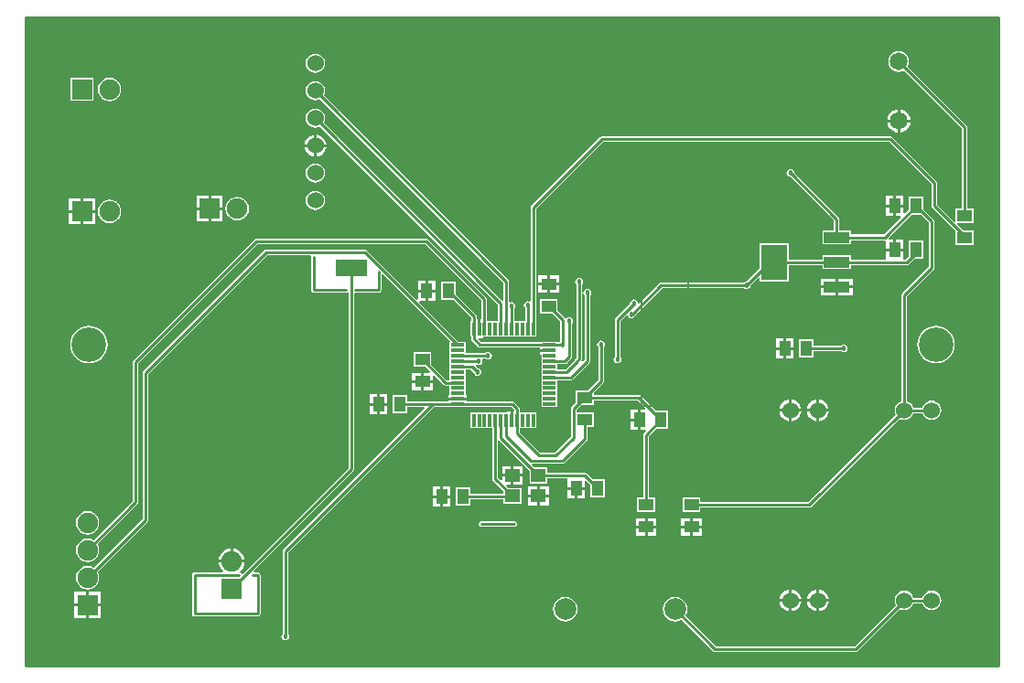
<source format=gtl>
G04*
G04 #@! TF.GenerationSoftware,Altium Limited,Altium Designer,18.1.7 (191)*
G04*
G04 Layer_Physical_Order=1*
G04 Layer_Color=255*
%FSLAX25Y25*%
%MOIN*%
G70*
G01*
G75*
%ADD10C,0.01000*%
%ADD12C,0.00787*%
%ADD14R,0.01181X0.04724*%
%ADD15R,0.04724X0.01181*%
%ADD16R,0.05512X0.04331*%
%ADD17R,0.04331X0.05512*%
%ADD18R,0.11811X0.05906*%
%ADD19R,0.05512X0.04724*%
%ADD20R,0.09449X0.12992*%
%ADD21R,0.09449X0.03937*%
%ADD41C,0.07874*%
%ADD42C,0.06496*%
%ADD43R,0.07480X0.07480*%
%ADD44C,0.07480*%
%ADD45C,0.07480*%
%ADD46O,0.07480X0.07480*%
%ADD47R,0.07480X0.07480*%
%ADD48C,0.06000*%
%ADD49R,0.07480X0.07480*%
%ADD50C,0.01800*%
%ADD51C,0.12598*%
G36*
X540331Y183000D02*
X186000D01*
Y419220D01*
X540331D01*
Y183000D01*
D02*
G37*
%LPC*%
G36*
X291500Y406030D02*
X290586Y405910D01*
X289735Y405557D01*
X289004Y404996D01*
X288443Y404265D01*
X288090Y403414D01*
X287970Y402500D01*
X288090Y401586D01*
X288443Y400735D01*
X289004Y400004D01*
X289735Y399443D01*
X290586Y399090D01*
X291500Y398970D01*
X292414Y399090D01*
X293265Y399443D01*
X293996Y400004D01*
X294557Y400735D01*
X294910Y401586D01*
X295030Y402500D01*
X294910Y403414D01*
X294557Y404265D01*
X293996Y404996D01*
X293265Y405557D01*
X292414Y405910D01*
X291500Y406030D01*
D02*
G37*
G36*
X210740Y397240D02*
X202260D01*
Y388760D01*
X210740D01*
Y397240D01*
D02*
G37*
G36*
X216500Y397277D02*
X215393Y397131D01*
X214362Y396704D01*
X213476Y396024D01*
X212796Y395138D01*
X212369Y394107D01*
X212223Y393000D01*
X212369Y391893D01*
X212796Y390862D01*
X213476Y389976D01*
X214362Y389296D01*
X215393Y388869D01*
X216500Y388723D01*
X217607Y388869D01*
X218638Y389296D01*
X219524Y389976D01*
X220204Y390862D01*
X220631Y391893D01*
X220777Y393000D01*
X220631Y394107D01*
X220204Y395138D01*
X219524Y396024D01*
X218638Y396704D01*
X217607Y397131D01*
X216500Y397277D01*
D02*
G37*
G36*
X504500Y385719D02*
Y382000D01*
X508219D01*
X508139Y382609D01*
X507711Y383642D01*
X507030Y384530D01*
X506142Y385211D01*
X505109Y385639D01*
X504500Y385719D01*
D02*
G37*
G36*
X503500D02*
X502891Y385639D01*
X501858Y385211D01*
X500970Y384530D01*
X500289Y383642D01*
X499861Y382609D01*
X499781Y382000D01*
X503500D01*
Y385719D01*
D02*
G37*
G36*
X508219Y381000D02*
X504500D01*
Y377281D01*
X505109Y377361D01*
X506142Y377789D01*
X507030Y378470D01*
X507711Y379358D01*
X508139Y380391D01*
X508219Y381000D01*
D02*
G37*
G36*
X503500D02*
X499781D01*
X499861Y380391D01*
X500289Y379358D01*
X500970Y378470D01*
X501858Y377789D01*
X502891Y377361D01*
X503500Y377281D01*
Y381000D01*
D02*
G37*
G36*
X292000Y376469D02*
Y373000D01*
X295469D01*
X295397Y373544D01*
X294994Y374517D01*
X294353Y375353D01*
X293517Y375994D01*
X292544Y376397D01*
X292000Y376469D01*
D02*
G37*
G36*
X291000D02*
X290456Y376397D01*
X289483Y375994D01*
X288647Y375353D01*
X288006Y374517D01*
X287603Y373544D01*
X287531Y373000D01*
X291000D01*
Y376469D01*
D02*
G37*
G36*
X295469Y372000D02*
X292000D01*
Y368531D01*
X292544Y368603D01*
X293517Y369006D01*
X294353Y369647D01*
X294994Y370483D01*
X295397Y371456D01*
X295469Y372000D01*
D02*
G37*
G36*
X291000D02*
X287531D01*
X287603Y371456D01*
X288006Y370483D01*
X288647Y369647D01*
X289483Y369006D01*
X290456Y368603D01*
X291000Y368531D01*
Y372000D01*
D02*
G37*
G36*
X291500Y366030D02*
X290586Y365910D01*
X289735Y365557D01*
X289004Y364996D01*
X288443Y364265D01*
X288090Y363414D01*
X287970Y362500D01*
X288090Y361586D01*
X288443Y360735D01*
X289004Y360004D01*
X289735Y359443D01*
X290586Y359090D01*
X291500Y358970D01*
X292414Y359090D01*
X293265Y359443D01*
X293996Y360004D01*
X294557Y360735D01*
X294910Y361586D01*
X295030Y362500D01*
X294910Y363414D01*
X294557Y364265D01*
X293996Y364996D01*
X293265Y365557D01*
X292414Y365910D01*
X291500Y366030D01*
D02*
G37*
G36*
X505728Y354256D02*
X503063D01*
Y351000D01*
X505728D01*
Y354256D01*
D02*
G37*
G36*
X502063D02*
X499398D01*
Y351000D01*
X502063D01*
Y354256D01*
D02*
G37*
G36*
X257740Y354240D02*
X253500D01*
Y350000D01*
X257740D01*
Y354240D01*
D02*
G37*
G36*
X252500D02*
X248260D01*
Y350000D01*
X252500D01*
Y354240D01*
D02*
G37*
G36*
X211240Y353240D02*
X207000D01*
Y349000D01*
X211240D01*
Y353240D01*
D02*
G37*
G36*
X206000D02*
X201760D01*
Y349000D01*
X206000D01*
Y353240D01*
D02*
G37*
G36*
X291500Y356030D02*
X290586Y355910D01*
X289735Y355557D01*
X289004Y354996D01*
X288443Y354265D01*
X288090Y353414D01*
X287970Y352500D01*
X288090Y351586D01*
X288443Y350735D01*
X289004Y350004D01*
X289735Y349443D01*
X290586Y349090D01*
X291500Y348970D01*
X292414Y349090D01*
X293265Y349443D01*
X293996Y350004D01*
X294557Y350735D01*
X294910Y351586D01*
X295030Y352500D01*
X294910Y353414D01*
X294557Y354265D01*
X293996Y354996D01*
X293265Y355557D01*
X292414Y355910D01*
X291500Y356030D01*
D02*
G37*
G36*
X502063Y350000D02*
X499398D01*
Y346744D01*
X502063D01*
Y350000D01*
D02*
G37*
G36*
X263000Y353777D02*
X261893Y353631D01*
X260862Y353204D01*
X259976Y352524D01*
X259296Y351638D01*
X258869Y350607D01*
X258723Y349500D01*
X258869Y348393D01*
X259296Y347362D01*
X259976Y346476D01*
X260862Y345796D01*
X261893Y345369D01*
X263000Y345223D01*
X264107Y345369D01*
X265138Y345796D01*
X266024Y346476D01*
X266704Y347362D01*
X267131Y348393D01*
X267277Y349500D01*
X267131Y350607D01*
X266704Y351638D01*
X266024Y352524D01*
X265138Y353204D01*
X264107Y353631D01*
X263000Y353777D01*
D02*
G37*
G36*
X257740Y349000D02*
X253500D01*
Y344760D01*
X257740D01*
Y349000D01*
D02*
G37*
G36*
X252500D02*
X248260D01*
Y344760D01*
X252500D01*
Y349000D01*
D02*
G37*
G36*
X504000Y406934D02*
X503022Y406805D01*
X502110Y406427D01*
X501327Y405827D01*
X500726Y405044D01*
X500348Y404132D01*
X500220Y403154D01*
X500348Y402175D01*
X500726Y401263D01*
X501327Y400480D01*
X502110Y399880D01*
X503022Y399502D01*
X504000Y399373D01*
X504978Y399502D01*
X505849Y399863D01*
X526980Y378731D01*
Y349602D01*
X524744D01*
Y344905D01*
X524244Y344698D01*
X518020Y350922D01*
Y359000D01*
X517942Y359390D01*
X517721Y359721D01*
X501721Y375721D01*
X501390Y375942D01*
X501000Y376020D01*
X396000D01*
X395610Y375942D01*
X395279Y375721D01*
X370106Y350548D01*
X369885Y350217D01*
X369807Y349827D01*
Y315964D01*
X369307Y315696D01*
X368858Y315786D01*
X368312Y315677D01*
X367849Y315368D01*
X367540Y314904D01*
X367431Y314358D01*
X367540Y313812D01*
X367839Y313364D01*
Y308594D01*
X363972D01*
Y313041D01*
X364271Y313489D01*
X364380Y314035D01*
X364271Y314582D01*
X363962Y315045D01*
X363499Y315354D01*
X362953Y315463D01*
X362504Y315373D01*
X362004Y315641D01*
Y323016D01*
X361926Y323406D01*
X361705Y323737D01*
X294601Y390841D01*
X294910Y391586D01*
X295030Y392500D01*
X294910Y393414D01*
X294557Y394265D01*
X293996Y394996D01*
X293265Y395557D01*
X292414Y395910D01*
X291500Y396030D01*
X290586Y395910D01*
X289735Y395557D01*
X289004Y394996D01*
X288443Y394265D01*
X288090Y393414D01*
X287970Y392500D01*
X288090Y391586D01*
X288443Y390735D01*
X289004Y390004D01*
X289735Y389443D01*
X290586Y389090D01*
X291500Y388970D01*
X292414Y389090D01*
X293159Y389399D01*
X359965Y322593D01*
Y316184D01*
X359465Y315977D01*
X294601Y380841D01*
X294910Y381586D01*
X295030Y382500D01*
X294910Y383414D01*
X294557Y384265D01*
X293996Y384996D01*
X293265Y385557D01*
X292414Y385910D01*
X291500Y386030D01*
X290586Y385910D01*
X289735Y385557D01*
X289004Y384996D01*
X288443Y384265D01*
X288090Y383414D01*
X287970Y382500D01*
X288090Y381586D01*
X288443Y380735D01*
X289004Y380004D01*
X289735Y379443D01*
X290586Y379090D01*
X291500Y378970D01*
X292414Y379090D01*
X293159Y379399D01*
X357918Y314640D01*
Y308594D01*
X354052D01*
Y316405D01*
X353974Y316795D01*
X353753Y317126D01*
X332658Y338221D01*
X332327Y338442D01*
X331937Y338520D01*
X270000D01*
X269610Y338442D01*
X269279Y338221D01*
X225279Y294221D01*
X225058Y293890D01*
X224980Y293500D01*
Y242922D01*
X210708Y228650D01*
X210638Y228704D01*
X209607Y229131D01*
X208500Y229277D01*
X207393Y229131D01*
X206362Y228704D01*
X205476Y228024D01*
X204796Y227138D01*
X204369Y226107D01*
X204223Y225000D01*
X204369Y223893D01*
X204796Y222862D01*
X205476Y221976D01*
X206362Y221296D01*
X207393Y220869D01*
X208500Y220723D01*
X209607Y220869D01*
X210638Y221296D01*
X211524Y221976D01*
X212204Y222862D01*
X212631Y223893D01*
X212777Y225000D01*
X212631Y226107D01*
X212204Y227138D01*
X212150Y227208D01*
X226721Y241779D01*
X226942Y242110D01*
X227020Y242500D01*
Y293078D01*
X270422Y336480D01*
X331515D01*
X352013Y315982D01*
Y309095D01*
X351642D01*
Y305732D01*
X350642D01*
Y309095D01*
X350193D01*
Y310264D01*
X350115Y310654D01*
X349894Y310985D01*
X342602Y318277D01*
Y322756D01*
X337272D01*
Y316244D01*
X341751D01*
X348154Y309841D01*
Y308594D01*
X348083D01*
Y302870D01*
X348154D01*
Y302072D01*
X348231Y301682D01*
X348452Y301351D01*
X350698Y299106D01*
X351029Y298885D01*
X351419Y298807D01*
X373370D01*
Y298358D01*
X376732D01*
Y297358D01*
X373370D01*
Y296268D01*
X373870D01*
Y292831D01*
Y288894D01*
Y284957D01*
Y281020D01*
Y277083D01*
X379594D01*
Y279051D01*
Y282988D01*
Y286996D01*
X384516D01*
X384906Y287074D01*
X385237Y287295D01*
X391221Y293279D01*
X391442Y293610D01*
X391520Y294000D01*
Y317833D01*
X391819Y318281D01*
X391927Y318827D01*
X391819Y319373D01*
X391509Y319836D01*
X391046Y320146D01*
X390500Y320254D01*
X389954Y320146D01*
X389491Y319836D01*
X389181Y319373D01*
X389073Y318827D01*
X389181Y318281D01*
X389480Y317833D01*
Y294422D01*
X388850Y293792D01*
X388228Y293877D01*
X388221Y293889D01*
X388442Y294220D01*
X388520Y294610D01*
Y321770D01*
X388819Y322217D01*
X388927Y322764D01*
X388819Y323310D01*
X388509Y323773D01*
X388046Y324082D01*
X387500Y324191D01*
X386954Y324082D01*
X386491Y323773D01*
X386181Y323310D01*
X386073Y322764D01*
X386181Y322217D01*
X386480Y321770D01*
Y295033D01*
X386279Y294831D01*
X386058Y294500D01*
X386031Y294362D01*
X382672Y291004D01*
X379594D01*
Y292902D01*
X382421D01*
X382811Y292979D01*
X383142Y293200D01*
X384721Y294779D01*
X384942Y295110D01*
X385020Y295500D01*
Y307506D01*
X385319Y307954D01*
X385427Y308500D01*
X385319Y309046D01*
X385009Y309509D01*
X384546Y309819D01*
X384000Y309927D01*
X383454Y309819D01*
X382991Y309509D01*
X382952Y309452D01*
X382712Y309452D01*
X382397Y309521D01*
X382221Y309784D01*
X379756Y312249D01*
Y316728D01*
X373244D01*
Y311398D01*
X377723D01*
X380480Y308641D01*
Y300846D01*
X379594D01*
Y300917D01*
X373870D01*
Y300846D01*
X351841D01*
X350779Y301908D01*
X350971Y302370D01*
X352732D01*
Y302870D01*
X371917D01*
Y308594D01*
X371846D01*
Y349404D01*
X396422Y373980D01*
X500578D01*
X515980Y358578D01*
Y350500D01*
X516058Y350110D01*
X516279Y349779D01*
X524744Y341314D01*
Y336398D01*
X531256D01*
Y341728D01*
X527214D01*
X525170Y343772D01*
X525377Y344272D01*
X531256D01*
Y349602D01*
X529020D01*
Y379153D01*
X528942Y379544D01*
X528721Y379874D01*
X507291Y401304D01*
X507652Y402175D01*
X507780Y403154D01*
X507652Y404132D01*
X507274Y405044D01*
X506673Y405827D01*
X505890Y406427D01*
X504978Y406805D01*
X504000Y406934D01*
D02*
G37*
G36*
X216500Y352777D02*
X215393Y352631D01*
X214362Y352204D01*
X213476Y351524D01*
X212796Y350638D01*
X212369Y349607D01*
X212223Y348500D01*
X212369Y347393D01*
X212796Y346362D01*
X213476Y345476D01*
X214362Y344796D01*
X215393Y344369D01*
X216500Y344223D01*
X217607Y344369D01*
X218638Y344796D01*
X219524Y345476D01*
X220204Y346362D01*
X220631Y347393D01*
X220777Y348500D01*
X220631Y349607D01*
X220204Y350638D01*
X219524Y351524D01*
X218638Y352204D01*
X217607Y352631D01*
X216500Y352777D01*
D02*
G37*
G36*
X211240Y348000D02*
X207000D01*
Y343760D01*
X211240D01*
Y348000D01*
D02*
G37*
G36*
X206000D02*
X201760D01*
Y343760D01*
X206000D01*
Y348000D01*
D02*
G37*
G36*
X505728Y338256D02*
X503063D01*
Y335000D01*
X505728D01*
Y338256D01*
D02*
G37*
G36*
X513102Y337756D02*
X507772D01*
Y332277D01*
X506459Y330964D01*
X505728D01*
Y334000D01*
X502563D01*
X499398D01*
Y330964D01*
X486642D01*
Y332469D01*
X476193D01*
Y331020D01*
X463807D01*
Y336996D01*
X453358D01*
Y327800D01*
X448482Y322924D01*
X447954Y322819D01*
X447506Y322520D01*
X417437D01*
X417047Y322442D01*
X416716Y322221D01*
X409414Y314919D01*
X409237Y314949D01*
X408904Y315116D01*
X408819Y315546D01*
X408509Y316009D01*
X408046Y316319D01*
X407500Y316427D01*
X406954Y316319D01*
X406491Y316009D01*
X406181Y315546D01*
X406076Y315018D01*
X400779Y309721D01*
X400558Y309390D01*
X400480Y309000D01*
Y295494D01*
X400181Y295046D01*
X400073Y294500D01*
X400181Y293954D01*
X400491Y293491D01*
X400954Y293181D01*
X401500Y293073D01*
X402046Y293181D01*
X402509Y293491D01*
X402819Y293954D01*
X402927Y294500D01*
X402819Y295046D01*
X402520Y295494D01*
Y308578D01*
X404626Y310684D01*
X405168Y310519D01*
X405181Y310454D01*
X405491Y309991D01*
X405954Y309681D01*
X406500Y309573D01*
X407046Y309681D01*
X407509Y309991D01*
X407791Y310412D01*
X417859Y320480D01*
X447506D01*
X447954Y320181D01*
X448500Y320073D01*
X449046Y320181D01*
X449509Y320491D01*
X449819Y320954D01*
X449924Y321482D01*
X452896Y324454D01*
X453358Y324263D01*
Y323004D01*
X463807D01*
Y328980D01*
X476193D01*
Y327532D01*
X486642D01*
Y328924D01*
X506881D01*
X507271Y329002D01*
X507602Y329223D01*
X509623Y331244D01*
X513102D01*
Y337756D01*
D02*
G37*
G36*
X380256Y325102D02*
X377000D01*
Y322437D01*
X380256D01*
Y325102D01*
D02*
G37*
G36*
X376000D02*
X372744D01*
Y322437D01*
X376000D01*
Y325102D01*
D02*
G37*
G36*
X487142Y323913D02*
X481917D01*
Y321445D01*
X487142D01*
Y323913D01*
D02*
G37*
G36*
X480917D02*
X475693D01*
Y321445D01*
X480917D01*
Y323913D01*
D02*
G37*
G36*
X335228Y323256D02*
X332563D01*
Y320000D01*
X335228D01*
Y323256D01*
D02*
G37*
G36*
X331563D02*
X328898D01*
Y320000D01*
X331563D01*
Y323256D01*
D02*
G37*
G36*
X380256Y321437D02*
X377000D01*
Y318772D01*
X380256D01*
Y321437D01*
D02*
G37*
G36*
X376000D02*
X372744D01*
Y318772D01*
X376000D01*
Y321437D01*
D02*
G37*
G36*
X487142Y320445D02*
X481917D01*
Y317976D01*
X487142D01*
Y320445D01*
D02*
G37*
G36*
X480917D02*
X475693D01*
Y317976D01*
X480917D01*
Y320445D01*
D02*
G37*
G36*
X335228Y319000D02*
X332563D01*
Y315744D01*
X335228D01*
Y319000D01*
D02*
G37*
G36*
X465728Y302256D02*
X463063D01*
Y299000D01*
X465728D01*
Y302256D01*
D02*
G37*
G36*
X462063D02*
X459398D01*
Y299000D01*
X462063D01*
Y302256D01*
D02*
G37*
G36*
X473102Y301756D02*
X467772D01*
Y295244D01*
X473102D01*
Y297480D01*
X483006D01*
X483454Y297181D01*
X484000Y297073D01*
X484546Y297181D01*
X485009Y297491D01*
X485319Y297954D01*
X485427Y298500D01*
X485319Y299046D01*
X485009Y299509D01*
X484546Y299819D01*
X484000Y299927D01*
X483454Y299819D01*
X483006Y299520D01*
X473102D01*
Y301756D01*
D02*
G37*
G36*
X465728Y298000D02*
X463063D01*
Y294744D01*
X465728D01*
Y298000D01*
D02*
G37*
G36*
X462063D02*
X459398D01*
Y294744D01*
X462063D01*
Y298000D01*
D02*
G37*
G36*
X517500Y306832D02*
X516167Y306701D01*
X514886Y306312D01*
X513704Y305681D01*
X512669Y304831D01*
X511819Y303796D01*
X511188Y302614D01*
X510799Y301333D01*
X510668Y300000D01*
X510799Y298667D01*
X511188Y297386D01*
X511819Y296204D01*
X512669Y295169D01*
X513704Y294319D01*
X514886Y293688D01*
X516167Y293299D01*
X517500Y293168D01*
X518833Y293299D01*
X520115Y293688D01*
X521296Y294319D01*
X522331Y295169D01*
X523181Y296204D01*
X523812Y297386D01*
X524201Y298667D01*
X524332Y300000D01*
X524201Y301333D01*
X523812Y302614D01*
X523181Y303796D01*
X522331Y304831D01*
X521296Y305681D01*
X520115Y306312D01*
X518833Y306701D01*
X517500Y306832D01*
D02*
G37*
G36*
X209000D02*
X207667Y306701D01*
X206385Y306312D01*
X205204Y305681D01*
X204169Y304831D01*
X203319Y303796D01*
X202688Y302614D01*
X202299Y301333D01*
X202168Y300000D01*
X202299Y298667D01*
X202688Y297386D01*
X203319Y296204D01*
X204169Y295169D01*
X205204Y294319D01*
X206385Y293688D01*
X207667Y293299D01*
X209000Y293168D01*
X210333Y293299D01*
X211614Y293688D01*
X212796Y294319D01*
X213831Y295169D01*
X214681Y296204D01*
X215312Y297386D01*
X215701Y298667D01*
X215832Y300000D01*
X215701Y301333D01*
X215312Y302614D01*
X214681Y303796D01*
X213831Y304831D01*
X212796Y305681D01*
X211614Y306312D01*
X210333Y306701D01*
X209000Y306832D01*
D02*
G37*
G36*
X309697Y334520D02*
X273500D01*
X273110Y334442D01*
X272779Y334221D01*
X228779Y290221D01*
X228558Y289890D01*
X228480Y289500D01*
Y236422D01*
X210708Y218650D01*
X210638Y218704D01*
X209607Y219131D01*
X208500Y219277D01*
X207393Y219131D01*
X206362Y218704D01*
X205476Y218024D01*
X204796Y217138D01*
X204369Y216107D01*
X204223Y215000D01*
X204369Y213893D01*
X204796Y212862D01*
X205476Y211976D01*
X206362Y211296D01*
X207393Y210869D01*
X208500Y210723D01*
X209607Y210869D01*
X210638Y211296D01*
X211524Y211976D01*
X212204Y212862D01*
X212631Y213893D01*
X212777Y215000D01*
X212631Y216107D01*
X212204Y217138D01*
X212150Y217208D01*
X230221Y235279D01*
X230442Y235610D01*
X230520Y236000D01*
Y289078D01*
X273922Y332480D01*
X289566D01*
X289980Y332000D01*
Y320000D01*
X290058Y319610D01*
X290279Y319279D01*
X290610Y319058D01*
X291000Y318980D01*
X302500D01*
X302890Y319058D01*
X302980Y319118D01*
X303480Y318851D01*
Y254922D01*
X264951Y216393D01*
X264802Y216392D01*
X264362Y216511D01*
X264221Y216721D01*
X264120Y216789D01*
X264066Y217378D01*
X264381Y217619D01*
X265141Y218609D01*
X265618Y219763D01*
X265715Y220500D01*
X261000D01*
X256285D01*
X256382Y219763D01*
X256859Y218609D01*
X257619Y217619D01*
X257784Y217493D01*
X257623Y217020D01*
X247500D01*
X247110Y216942D01*
X246779Y216721D01*
X246558Y216390D01*
X246480Y216000D01*
Y202000D01*
X246558Y201610D01*
X246779Y201279D01*
X247110Y201058D01*
X247500Y200980D01*
X270500D01*
X270890Y201058D01*
X271221Y201279D01*
X271442Y201610D01*
X271520Y202000D01*
Y216000D01*
X271442Y216390D01*
X271221Y216721D01*
X270890Y216942D01*
X270500Y217020D01*
X269169D01*
X268962Y217520D01*
X305221Y253779D01*
X305442Y254110D01*
X305520Y254500D01*
Y318566D01*
X306000Y318980D01*
X314500D01*
X314890Y319058D01*
X315221Y319279D01*
X315442Y319610D01*
X315520Y320000D01*
Y325582D01*
X315982Y325773D01*
X340532Y301223D01*
X340406Y300917D01*
X340406D01*
Y298736D01*
Y294799D01*
Y290862D01*
Y287067D01*
X339312D01*
X333756Y292623D01*
Y297102D01*
X327244D01*
Y291772D01*
X331723D01*
X333305Y290190D01*
X333114Y289728D01*
X331000D01*
Y287063D01*
X334256D01*
Y288586D01*
X334718Y288777D01*
X338169Y285326D01*
X338500Y285105D01*
X338890Y285028D01*
X340406D01*
Y281732D01*
X339906D01*
Y280642D01*
X343268D01*
X346630D01*
Y281732D01*
X346130D01*
Y286925D01*
Y290933D01*
X348109D01*
X349076Y289966D01*
X349181Y289438D01*
X349491Y288975D01*
X349954Y288666D01*
X350500Y288557D01*
X351046Y288666D01*
X351509Y288975D01*
X351819Y289438D01*
X351927Y289984D01*
X351819Y290530D01*
X351509Y290994D01*
X351046Y291303D01*
X350518Y291408D01*
X349765Y292161D01*
X349921Y292712D01*
X350194Y292776D01*
X350454Y292602D01*
X351000Y292494D01*
X351546Y292602D01*
X352009Y292912D01*
X352319Y293375D01*
X352427Y293921D01*
X352338Y294370D01*
X352605Y294870D01*
X353396D01*
X353843Y294571D01*
X354390Y294462D01*
X354936Y294571D01*
X355399Y294880D01*
X355709Y295343D01*
X355817Y295890D01*
X355709Y296436D01*
X355399Y296899D01*
X354936Y297208D01*
X354390Y297317D01*
X353843Y297208D01*
X353396Y296909D01*
X346130D01*
Y300917D01*
X343721D01*
X329395Y315244D01*
X329602Y315744D01*
X331563D01*
Y319000D01*
X328898D01*
Y316448D01*
X328398Y316241D01*
X310418Y334221D01*
X310087Y334442D01*
X309697Y334520D01*
D02*
G37*
G36*
X330000Y289728D02*
X326744D01*
Y287063D01*
X330000D01*
Y289728D01*
D02*
G37*
G36*
X334256Y286063D02*
X331000D01*
Y283398D01*
X334256D01*
Y286063D01*
D02*
G37*
G36*
X330000D02*
X326744D01*
Y283398D01*
X330000D01*
Y286063D01*
D02*
G37*
G36*
X317728Y281929D02*
X315063D01*
Y278673D01*
X317728D01*
Y281929D01*
D02*
G37*
G36*
X314063D02*
X311398D01*
Y278673D01*
X314063D01*
Y281929D01*
D02*
G37*
G36*
X475004Y279969D02*
Y276500D01*
X478473D01*
X478401Y277044D01*
X477998Y278017D01*
X477357Y278853D01*
X476521Y279494D01*
X475548Y279897D01*
X475004Y279969D01*
D02*
G37*
G36*
X465004D02*
Y276500D01*
X468473D01*
X468401Y277044D01*
X467998Y278017D01*
X467357Y278853D01*
X466521Y279494D01*
X465548Y279897D01*
X465004Y279969D01*
D02*
G37*
G36*
X464004Y279969D02*
X463460Y279897D01*
X462487Y279494D01*
X461651Y278853D01*
X461010Y278017D01*
X460607Y277044D01*
X460535Y276500D01*
X464004D01*
Y279969D01*
D02*
G37*
G36*
X474004D02*
X473460Y279897D01*
X472487Y279494D01*
X471651Y278853D01*
X471010Y278017D01*
X470607Y277044D01*
X470535Y276500D01*
X474004D01*
Y279969D01*
D02*
G37*
G36*
X317728Y277673D02*
X315063D01*
Y274417D01*
X317728D01*
Y277673D01*
D02*
G37*
G36*
X314063D02*
X311398D01*
Y274417D01*
X314063D01*
Y277673D01*
D02*
G37*
G36*
X409063Y276319D02*
X406398D01*
Y273063D01*
X409063D01*
Y276319D01*
D02*
G37*
G36*
X464500Y363927D02*
X463954Y363819D01*
X463491Y363509D01*
X463181Y363046D01*
X463073Y362500D01*
X463181Y361954D01*
X463491Y361491D01*
X463954Y361181D01*
X464482Y361076D01*
X480398Y345160D01*
Y341524D01*
X476193D01*
Y336587D01*
X486642D01*
Y338035D01*
X498992D01*
X499398Y337606D01*
Y335000D01*
X502063D01*
Y338256D01*
X500342D01*
X500135Y338756D01*
X508623Y347244D01*
X512251D01*
X514980Y344515D01*
Y328422D01*
X505279Y318721D01*
X505058Y318390D01*
X504980Y318000D01*
Y279366D01*
X504235Y279057D01*
X503504Y278496D01*
X502943Y277765D01*
X502590Y276914D01*
X502470Y276000D01*
X502590Y275086D01*
X502899Y274341D01*
X471015Y242457D01*
X431756D01*
Y244102D01*
X425244D01*
Y238772D01*
X431756D01*
Y240417D01*
X471437D01*
X471827Y240495D01*
X472158Y240716D01*
X504341Y272899D01*
X505086Y272590D01*
X506000Y272470D01*
X506914Y272590D01*
X507765Y272943D01*
X508496Y273504D01*
X509057Y274235D01*
X509366Y274980D01*
X512634D01*
X512943Y274235D01*
X513504Y273504D01*
X514235Y272943D01*
X515086Y272590D01*
X516000Y272470D01*
X516914Y272590D01*
X517765Y272943D01*
X518496Y273504D01*
X519057Y274235D01*
X519410Y275086D01*
X519530Y276000D01*
X519410Y276914D01*
X519057Y277765D01*
X518496Y278496D01*
X517765Y279057D01*
X516914Y279410D01*
X516000Y279530D01*
X515086Y279410D01*
X514235Y279057D01*
X513504Y278496D01*
X512943Y277765D01*
X512634Y277020D01*
X509366D01*
X509057Y277765D01*
X508496Y278496D01*
X507765Y279057D01*
X507020Y279366D01*
Y317578D01*
X516721Y327279D01*
X516942Y327610D01*
X517020Y328000D01*
Y344937D01*
X516942Y345327D01*
X516721Y345658D01*
X513102Y349277D01*
Y353756D01*
X507772D01*
Y349277D01*
X506190Y347695D01*
X505728Y347886D01*
Y350000D01*
X503063D01*
Y346744D01*
X504586D01*
X504777Y346282D01*
X498570Y340075D01*
X486642D01*
Y341524D01*
X482437D01*
Y345583D01*
X482359Y345973D01*
X482138Y346304D01*
X465924Y362518D01*
X465819Y363046D01*
X465509Y363509D01*
X465046Y363819D01*
X464500Y363927D01*
D02*
G37*
G36*
X478473Y275500D02*
X475004D01*
Y272031D01*
X475548Y272103D01*
X476521Y272506D01*
X477357Y273147D01*
X477998Y273983D01*
X478401Y274956D01*
X478473Y275500D01*
D02*
G37*
G36*
X468473D02*
X465004D01*
Y272031D01*
X465548Y272103D01*
X466521Y272506D01*
X467357Y273147D01*
X467998Y273983D01*
X468401Y274956D01*
X468473Y275500D01*
D02*
G37*
G36*
X474004D02*
X470535D01*
X470607Y274956D01*
X471010Y273983D01*
X471651Y273147D01*
X472487Y272506D01*
X473460Y272103D01*
X474004Y272031D01*
Y275500D01*
D02*
G37*
G36*
X464004D02*
X460535D01*
X460607Y274956D01*
X461010Y273983D01*
X461651Y273147D01*
X462487Y272506D01*
X463460Y272103D01*
X464004Y272031D01*
Y275500D01*
D02*
G37*
G36*
X409063Y272063D02*
X406398D01*
Y268807D01*
X409063D01*
Y272063D01*
D02*
G37*
G36*
X395500Y301427D02*
X394954Y301319D01*
X394491Y301009D01*
X394181Y300546D01*
X394073Y300000D01*
X394181Y299454D01*
X394480Y299006D01*
Y286922D01*
X390660Y283102D01*
X386441D01*
Y278883D01*
X384779Y277221D01*
X384558Y276890D01*
X384480Y276500D01*
Y266422D01*
X378578Y260520D01*
X373422D01*
X365941Y268001D01*
Y269406D01*
X371917D01*
Y275130D01*
X365941D01*
Y276579D01*
X365863Y276969D01*
X365642Y277300D01*
X364048Y278894D01*
X363717Y279115D01*
X363327Y279193D01*
X346630D01*
Y279642D01*
X343268D01*
X339906D01*
Y279193D01*
X325102D01*
Y281429D01*
X319772D01*
Y274917D01*
X325102D01*
Y277154D01*
X331058D01*
X331250Y276692D01*
X279779Y225221D01*
X279558Y224890D01*
X279480Y224500D01*
Y194494D01*
X279181Y194046D01*
X279073Y193500D01*
X279181Y192954D01*
X279491Y192491D01*
X279954Y192181D01*
X280500Y192073D01*
X281046Y192181D01*
X281509Y192491D01*
X281819Y192954D01*
X281927Y193500D01*
X281819Y194046D01*
X281520Y194494D01*
Y224078D01*
X334596Y277154D01*
X340406D01*
Y277083D01*
X346130D01*
Y277154D01*
X362904D01*
X363902Y276156D01*
Y275630D01*
X363453D01*
Y272268D01*
X362453D01*
Y275630D01*
X361362D01*
Y275130D01*
X348083D01*
Y269406D01*
X356028D01*
Y250988D01*
X356105Y250598D01*
X356326Y250267D01*
X360020Y246574D01*
Y245520D01*
X348102D01*
Y247756D01*
X342772D01*
Y241244D01*
X348102D01*
Y243480D01*
X360020D01*
Y241898D01*
X366531D01*
Y247622D01*
X361855D01*
X361061Y248416D01*
X361253Y248878D01*
X362776D01*
Y251740D01*
X359520D01*
Y250611D01*
X359058Y250420D01*
X358067Y251411D01*
Y264749D01*
X358567Y264956D01*
X369468Y254054D01*
Y249378D01*
X375980D01*
Y251221D01*
X383398D01*
Y248000D01*
X386563D01*
X389728D01*
Y250114D01*
X390190Y250305D01*
X391772Y248723D01*
Y244244D01*
X397102D01*
Y250756D01*
X392623D01*
X390418Y252961D01*
X390087Y253182D01*
X389697Y253260D01*
X375980D01*
Y255102D01*
X371304D01*
X370426Y255980D01*
X370633Y256480D01*
X381500D01*
X381890Y256558D01*
X382221Y256779D01*
X390418Y264976D01*
X390639Y265307D01*
X390716Y265697D01*
Y269898D01*
X392953D01*
Y275228D01*
X386520D01*
Y276078D01*
X388214Y277772D01*
X392953D01*
Y279480D01*
X409015D01*
X411714Y276781D01*
X411523Y276319D01*
X410063D01*
Y272563D01*
Y268807D01*
X411649D01*
X411840Y268345D01*
X411279Y267784D01*
X411058Y267453D01*
X410980Y267063D01*
Y244102D01*
X408744D01*
Y238772D01*
X415256D01*
Y244102D01*
X413020D01*
Y266641D01*
X415686Y269307D01*
X420102D01*
Y275819D01*
X415560D01*
X410158Y281221D01*
X409827Y281442D01*
X409437Y281520D01*
X392953D01*
Y282511D01*
X396221Y285779D01*
X396442Y286110D01*
X396520Y286500D01*
Y299006D01*
X396819Y299454D01*
X396927Y300000D01*
X396819Y300546D01*
X396509Y301009D01*
X396046Y301319D01*
X395500Y301427D01*
D02*
G37*
G36*
X367032Y255602D02*
X363776D01*
Y252740D01*
X367032D01*
Y255602D01*
D02*
G37*
G36*
X362776D02*
X359520D01*
Y252740D01*
X362776D01*
Y255602D01*
D02*
G37*
G36*
X367032Y251740D02*
X363776D01*
Y248878D01*
X367032D01*
Y251740D01*
D02*
G37*
G36*
X376480Y248122D02*
X373224D01*
Y245260D01*
X376480D01*
Y248122D01*
D02*
G37*
G36*
X372224D02*
X368969D01*
Y245260D01*
X372224D01*
Y248122D01*
D02*
G37*
G36*
X340728Y248256D02*
X338063D01*
Y245000D01*
X340728D01*
Y248256D01*
D02*
G37*
G36*
X337063D02*
X334398D01*
Y245000D01*
X337063D01*
Y248256D01*
D02*
G37*
G36*
X389728Y247000D02*
X387063D01*
Y243744D01*
X389728D01*
Y247000D01*
D02*
G37*
G36*
X386063D02*
X383398D01*
Y243744D01*
X386063D01*
Y247000D01*
D02*
G37*
G36*
X376480Y244260D02*
X373224D01*
Y241398D01*
X376480D01*
Y244260D01*
D02*
G37*
G36*
X372224D02*
X368969D01*
Y241398D01*
X372224D01*
Y244260D01*
D02*
G37*
G36*
X340728Y244000D02*
X338063D01*
Y240744D01*
X340728D01*
Y244000D01*
D02*
G37*
G36*
X337063D02*
X334398D01*
Y240744D01*
X337063D01*
Y244000D01*
D02*
G37*
G36*
X415756Y236728D02*
X412500D01*
Y234063D01*
X415756D01*
Y236728D01*
D02*
G37*
G36*
X432256D02*
X429000D01*
Y234063D01*
X432256D01*
Y236728D01*
D02*
G37*
G36*
X411500D02*
X408244D01*
Y234063D01*
X411500D01*
Y236728D01*
D02*
G37*
G36*
X428000D02*
X424744D01*
Y234063D01*
X428000D01*
Y236728D01*
D02*
G37*
G36*
X364000Y235520D02*
X352000D01*
X351610Y235442D01*
X351279Y235221D01*
X351058Y234890D01*
X350980Y234500D01*
X351058Y234110D01*
X351279Y233779D01*
X351610Y233558D01*
X352000Y233480D01*
X364000D01*
X364390Y233558D01*
X364721Y233779D01*
X364942Y234110D01*
X365020Y234500D01*
X364942Y234890D01*
X364721Y235221D01*
X364390Y235442D01*
X364000Y235520D01*
D02*
G37*
G36*
X208500Y239277D02*
X207393Y239131D01*
X206362Y238704D01*
X205476Y238024D01*
X204796Y237138D01*
X204369Y236107D01*
X204223Y235000D01*
X204369Y233893D01*
X204796Y232862D01*
X205476Y231976D01*
X206362Y231296D01*
X207393Y230869D01*
X208500Y230723D01*
X209607Y230869D01*
X210638Y231296D01*
X211524Y231976D01*
X212204Y232862D01*
X212631Y233893D01*
X212777Y235000D01*
X212631Y236107D01*
X212204Y237138D01*
X211524Y238024D01*
X210638Y238704D01*
X209607Y239131D01*
X208500Y239277D01*
D02*
G37*
G36*
X432256Y233063D02*
X429000D01*
Y230398D01*
X432256D01*
Y233063D01*
D02*
G37*
G36*
X428000D02*
X424744D01*
Y230398D01*
X428000D01*
Y233063D01*
D02*
G37*
G36*
X415756D02*
X412500D01*
Y230398D01*
X415756D01*
Y233063D01*
D02*
G37*
G36*
X411500D02*
X408244D01*
Y230398D01*
X411500D01*
Y233063D01*
D02*
G37*
G36*
X261500Y225715D02*
Y221500D01*
X265715D01*
X265618Y222237D01*
X265141Y223391D01*
X264381Y224381D01*
X263390Y225141D01*
X262237Y225618D01*
X261500Y225715D01*
D02*
G37*
G36*
X260500D02*
X259763Y225618D01*
X258610Y225141D01*
X257619Y224381D01*
X256859Y223391D01*
X256382Y222237D01*
X256285Y221500D01*
X260500D01*
Y225715D01*
D02*
G37*
G36*
X516000Y210239D02*
X515086Y210119D01*
X514235Y209766D01*
X513504Y209205D01*
X512943Y208474D01*
X512634Y207728D01*
X509366D01*
X509057Y208474D01*
X508496Y209205D01*
X507765Y209766D01*
X506914Y210119D01*
X506000Y210239D01*
X505086Y210119D01*
X504235Y209766D01*
X503504Y209205D01*
X502943Y208474D01*
X502590Y207622D01*
X502470Y206709D01*
X502590Y205795D01*
X502899Y205049D01*
X487869Y190020D01*
X437403D01*
X426271Y201151D01*
X426356Y201262D01*
X426803Y202342D01*
X426956Y203500D01*
X426803Y204658D01*
X426356Y205738D01*
X425645Y206664D01*
X424718Y207376D01*
X423639Y207823D01*
X422480Y207975D01*
X421322Y207823D01*
X420243Y207376D01*
X419316Y206664D01*
X418605Y205738D01*
X418157Y204658D01*
X418005Y203500D01*
X418157Y202342D01*
X418605Y201262D01*
X419316Y200336D01*
X420243Y199624D01*
X421322Y199177D01*
X422480Y199025D01*
X423639Y199177D01*
X424718Y199624D01*
X424829Y199709D01*
X436259Y188279D01*
X436590Y188058D01*
X436980Y187980D01*
X488291D01*
X488682Y188058D01*
X489012Y188279D01*
X504341Y203608D01*
X505086Y203299D01*
X506000Y203179D01*
X506914Y203299D01*
X507765Y203651D01*
X508496Y204212D01*
X509057Y204944D01*
X509366Y205689D01*
X512634D01*
X512943Y204944D01*
X513504Y204212D01*
X514235Y203651D01*
X515086Y203299D01*
X516000Y203179D01*
X516914Y203299D01*
X517765Y203651D01*
X518496Y204212D01*
X519057Y204944D01*
X519410Y205795D01*
X519530Y206709D01*
X519410Y207622D01*
X519057Y208474D01*
X518496Y209205D01*
X517765Y209766D01*
X516914Y210119D01*
X516000Y210239D01*
D02*
G37*
G36*
X475004Y210677D02*
Y207209D01*
X478473D01*
X478401Y207753D01*
X477998Y208726D01*
X477357Y209561D01*
X476521Y210203D01*
X475548Y210606D01*
X475004Y210677D01*
D02*
G37*
G36*
X465004D02*
Y207209D01*
X468473D01*
X468401Y207753D01*
X467998Y208726D01*
X467357Y209561D01*
X466521Y210203D01*
X465548Y210606D01*
X465004Y210677D01*
D02*
G37*
G36*
X464004Y210677D02*
X463460Y210606D01*
X462487Y210203D01*
X461651Y209561D01*
X461010Y208726D01*
X460607Y207753D01*
X460535Y207209D01*
X464004D01*
Y210677D01*
D02*
G37*
G36*
X474004D02*
X473460Y210606D01*
X472487Y210203D01*
X471651Y209561D01*
X471010Y208726D01*
X470607Y207753D01*
X470535Y207209D01*
X474004D01*
Y210677D01*
D02*
G37*
G36*
X213240Y209740D02*
X209000D01*
Y205500D01*
X213240D01*
Y209740D01*
D02*
G37*
G36*
X208000D02*
X203760D01*
Y205500D01*
X208000D01*
Y209740D01*
D02*
G37*
G36*
X478473Y206209D02*
X475004D01*
Y202740D01*
X475548Y202812D01*
X476521Y203215D01*
X477357Y203856D01*
X477998Y204691D01*
X478401Y205664D01*
X478473Y206209D01*
D02*
G37*
G36*
X468473D02*
X465004D01*
Y202740D01*
X465548Y202812D01*
X466521Y203215D01*
X467357Y203856D01*
X467998Y204691D01*
X468401Y205664D01*
X468473Y206209D01*
D02*
G37*
G36*
X474004D02*
X470535D01*
X470607Y205664D01*
X471010Y204691D01*
X471651Y203856D01*
X472487Y203215D01*
X473460Y202812D01*
X474004Y202740D01*
Y206209D01*
D02*
G37*
G36*
X464004D02*
X460535D01*
X460607Y205664D01*
X461010Y204691D01*
X461651Y203856D01*
X462487Y203215D01*
X463460Y202812D01*
X464004Y202740D01*
Y206209D01*
D02*
G37*
G36*
X213240Y204500D02*
X209000D01*
Y200260D01*
X213240D01*
Y204500D01*
D02*
G37*
G36*
X208000D02*
X203760D01*
Y200260D01*
X208000D01*
Y204500D01*
D02*
G37*
G36*
X382520Y207975D02*
X381361Y207823D01*
X380282Y207376D01*
X379355Y206664D01*
X378644Y205738D01*
X378197Y204658D01*
X378044Y203500D01*
X378197Y202342D01*
X378644Y201262D01*
X379355Y200336D01*
X380282Y199624D01*
X381361Y199177D01*
X382520Y199025D01*
X383678Y199177D01*
X384757Y199624D01*
X385684Y200336D01*
X386395Y201262D01*
X386842Y202342D01*
X386995Y203500D01*
X386842Y204658D01*
X386395Y205738D01*
X385684Y206664D01*
X384757Y207376D01*
X383678Y207823D01*
X382520Y207975D01*
D02*
G37*
%LPD*%
D10*
X390500Y294000D02*
Y318827D01*
X387500Y294610D02*
Y322764D01*
X387000Y294110D02*
X387500Y294610D01*
X384516Y288016D02*
X390500Y294000D01*
X401500Y309000D02*
X407500Y315000D01*
X291000Y320000D02*
X302500D01*
X406937Y311000D02*
X417437Y321500D01*
X406500Y311000D02*
X406937D01*
X401500Y294500D02*
Y309000D01*
X409437Y280500D02*
X417437Y272500D01*
X389500Y280500D02*
X409437D01*
X506881Y329944D02*
X510937Y334000D01*
X481417Y329944D02*
X506881D01*
X389500Y280500D02*
X395500Y286500D01*
X376500Y314063D02*
X381500Y309063D01*
Y299827D02*
Y309063D01*
X322437Y278173D02*
X322437Y278173D01*
X334173D01*
X338890Y286047D02*
X343268D01*
X330500Y294437D02*
X338890Y286047D01*
X349173Y302072D02*
Y305732D01*
Y302072D02*
X351419Y299827D01*
X349173Y305732D02*
Y310264D01*
X339937Y319500D02*
X349173Y310264D01*
X379000Y259500D02*
X385500Y266000D01*
X373000Y259500D02*
X379000D01*
X364921Y267579D02*
X373000Y259500D01*
X385500Y266000D02*
Y276500D01*
X389500Y280500D01*
X353032Y305810D02*
Y316405D01*
X331937Y337500D02*
X353032Y316405D01*
X270000Y337500D02*
X331937D01*
X517000Y350500D02*
X528219Y339282D01*
X517000Y350500D02*
Y359000D01*
X389697Y265697D02*
Y272563D01*
X381500Y257500D02*
X389697Y265697D01*
X370010Y257500D02*
X381500D01*
X268500Y216000D02*
X270500D01*
Y202000D02*
Y216000D01*
X247500Y202000D02*
X270500D01*
X247500D02*
Y216000D01*
X254500D01*
X263500D01*
X314500Y320000D02*
Y326500D01*
X306000Y320000D02*
X314500D01*
X352000Y234500D02*
X364000D01*
X291000Y320000D02*
Y332000D01*
X417437Y321500D02*
X448500D01*
X457000Y330000D01*
X458583D01*
X395500Y286500D02*
Y300000D01*
X384000Y295500D02*
Y308500D01*
X382421Y293921D02*
X384000Y295500D01*
X376732Y299827D02*
X381500D01*
X471437Y241437D02*
X506000Y276000D01*
X428500Y241437D02*
X471437D01*
X510437Y350500D02*
X516000Y344937D01*
Y328000D02*
Y344937D01*
X506000Y318000D02*
X516000Y328000D01*
X506000Y276000D02*
Y318000D01*
X334173Y278173D02*
X343268D01*
X280500Y224500D02*
X334173Y278173D01*
X280500Y193500D02*
Y224500D01*
X226000Y242500D02*
Y293500D01*
X208500Y225000D02*
X226000Y242500D01*
X351419Y299827D02*
X376732D01*
X364921Y267579D02*
Y272268D01*
Y276579D01*
X363327Y278173D02*
X364921Y276579D01*
X343268Y278173D02*
X363327D01*
X343268Y295890D02*
X354390D01*
X376732Y293921D02*
X382421D01*
X383095Y289984D02*
X387110Y294000D01*
X387000Y294110D02*
X387110Y294000D01*
X376732Y289984D02*
X383095D01*
X376732Y288016D02*
X384516D01*
X348532Y291953D02*
X350500Y289984D01*
X343268Y291953D02*
X348532D01*
X343268Y293921D02*
X351000D01*
X464500Y362500D02*
X481417Y345583D01*
Y339055D02*
Y345583D01*
X470437Y298500D02*
X484000D01*
X506000Y276000D02*
X516000D01*
X506000Y206709D02*
X516000D01*
X488291Y189000D02*
X506000Y206709D01*
X436980Y189000D02*
X488291D01*
X422480Y203500D02*
X436980Y189000D01*
X412000Y241437D02*
Y267063D01*
X417437Y272500D01*
X501000Y375000D02*
X517000Y359000D01*
X396000Y375000D02*
X501000D01*
X370827Y349827D02*
X396000Y375000D01*
X370827Y305732D02*
Y349827D01*
X362953Y305732D02*
Y314035D01*
X368858Y305732D02*
Y314358D01*
X208500Y215000D02*
X229500Y236000D01*
Y289500D01*
X273500Y333500D01*
X309697D01*
X343268Y299929D01*
Y299827D02*
Y299929D01*
X226000Y293500D02*
X270000Y337500D01*
X353032Y305810D02*
X353110Y305732D01*
X304500Y254500D02*
Y328000D01*
X261000Y211000D02*
X304500Y254500D01*
X358938Y305810D02*
Y315062D01*
X291500Y382500D02*
X358938Y315062D01*
Y305810D02*
X359016Y305732D01*
X291500Y392500D02*
X360984Y323016D01*
Y305732D02*
Y323016D01*
X498992Y339055D02*
X510437Y350500D01*
X481417Y339055D02*
X498992D01*
X481417Y329944D02*
Y330000D01*
X458583D02*
X481417D01*
X528000Y347500D02*
Y379153D01*
X504000Y403154D02*
X528000Y379153D01*
X360984Y266526D02*
Y272268D01*
Y266526D02*
X370010Y257500D01*
X363016Y244500D02*
X363276Y244760D01*
X345437Y244500D02*
X363016D01*
X372724Y252240D02*
X389697D01*
X394437Y247500D01*
X359016Y265949D02*
X372724Y252240D01*
X359016Y265949D02*
Y272268D01*
X357047Y250988D02*
X363276Y244760D01*
X357047Y250988D02*
Y272268D01*
X540331Y183000D02*
Y419220D01*
X186000Y183000D02*
X540331D01*
X186000D02*
Y419220D01*
X540331D01*
D12*
X410264Y277488D02*
X427193D01*
Y338512D01*
X410264D02*
X427193D01*
X410264Y277488D02*
Y338512D01*
D14*
X349173Y272268D02*
D03*
X351142D02*
D03*
X353110D02*
D03*
X355079D02*
D03*
X357047D02*
D03*
X359016D02*
D03*
X360984D02*
D03*
X362953D02*
D03*
X364921D02*
D03*
X366890D02*
D03*
X368858D02*
D03*
X370827D02*
D03*
Y305732D02*
D03*
X368858D02*
D03*
X366890D02*
D03*
X364921D02*
D03*
X362953D02*
D03*
X360984D02*
D03*
X359016D02*
D03*
X357047D02*
D03*
X355079D02*
D03*
X353110D02*
D03*
X351142D02*
D03*
X349173D02*
D03*
D15*
X376732Y278173D02*
D03*
Y280142D02*
D03*
Y282110D02*
D03*
Y284079D02*
D03*
Y286047D02*
D03*
Y288016D02*
D03*
Y289984D02*
D03*
Y291953D02*
D03*
Y293921D02*
D03*
Y295890D02*
D03*
Y297858D02*
D03*
Y299827D02*
D03*
X343268D02*
D03*
Y297858D02*
D03*
Y295890D02*
D03*
Y293921D02*
D03*
Y291953D02*
D03*
Y289984D02*
D03*
Y288016D02*
D03*
Y286047D02*
D03*
Y284079D02*
D03*
Y282110D02*
D03*
Y280142D02*
D03*
Y278173D02*
D03*
D16*
X389697Y272563D02*
D03*
Y280437D02*
D03*
X528000Y346937D02*
D03*
Y339063D02*
D03*
X330500Y286563D02*
D03*
Y294437D02*
D03*
X376500Y314063D02*
D03*
Y321937D02*
D03*
X412000Y241437D02*
D03*
Y233563D02*
D03*
X428500Y241437D02*
D03*
Y233563D02*
D03*
D17*
X322437Y278173D02*
D03*
X314563D02*
D03*
X470437Y298500D02*
D03*
X462563D02*
D03*
X409563Y272563D02*
D03*
X417437D02*
D03*
X345437Y244500D02*
D03*
X337563D02*
D03*
X394437Y247500D02*
D03*
X386563D02*
D03*
X339937Y319500D02*
D03*
X332063D02*
D03*
X510437Y334500D02*
D03*
X502563D02*
D03*
X510437Y350500D02*
D03*
X502563D02*
D03*
D18*
X304500Y328000D02*
D03*
D19*
X363276Y244760D02*
D03*
X372724D02*
D03*
Y252240D02*
D03*
X363276D02*
D03*
D20*
X458583Y330000D02*
D03*
D21*
X481417Y339055D02*
D03*
Y330000D02*
D03*
Y320945D02*
D03*
D41*
X382520Y203500D02*
D03*
X422480D02*
D03*
D42*
X504000Y381500D02*
D03*
Y403154D02*
D03*
D43*
X261000Y211000D02*
D03*
D44*
Y221000D02*
D03*
X263000Y349500D02*
D03*
X216500Y348500D02*
D03*
Y393000D02*
D03*
D45*
X208500Y235000D02*
D03*
D46*
Y225000D02*
D03*
Y215000D02*
D03*
D47*
Y205000D02*
D03*
D48*
X516000Y276000D02*
D03*
X506000D02*
D03*
X474504D02*
D03*
X464504D02*
D03*
X516000Y206709D02*
D03*
X506000D02*
D03*
X474504D02*
D03*
X464504D02*
D03*
X291500Y402500D02*
D03*
Y392500D02*
D03*
Y352500D02*
D03*
Y362500D02*
D03*
Y372500D02*
D03*
Y382500D02*
D03*
D49*
X253000Y349500D02*
D03*
X206500Y348500D02*
D03*
Y393000D02*
D03*
D50*
X390500Y318827D02*
D03*
X387500Y322764D02*
D03*
X407500Y315000D02*
D03*
X406500Y311000D02*
D03*
X448500Y321500D02*
D03*
X395500Y300000D02*
D03*
X381500Y299827D02*
D03*
X384000Y308500D02*
D03*
X280500Y193500D02*
D03*
X354390Y295890D02*
D03*
X401500Y294500D02*
D03*
X350500Y289984D02*
D03*
X351000Y293921D02*
D03*
X464500Y362500D02*
D03*
X484000Y298500D02*
D03*
X362953Y314035D02*
D03*
X368858Y314358D02*
D03*
D51*
X209000Y300000D02*
D03*
X517500D02*
D03*
M02*

</source>
